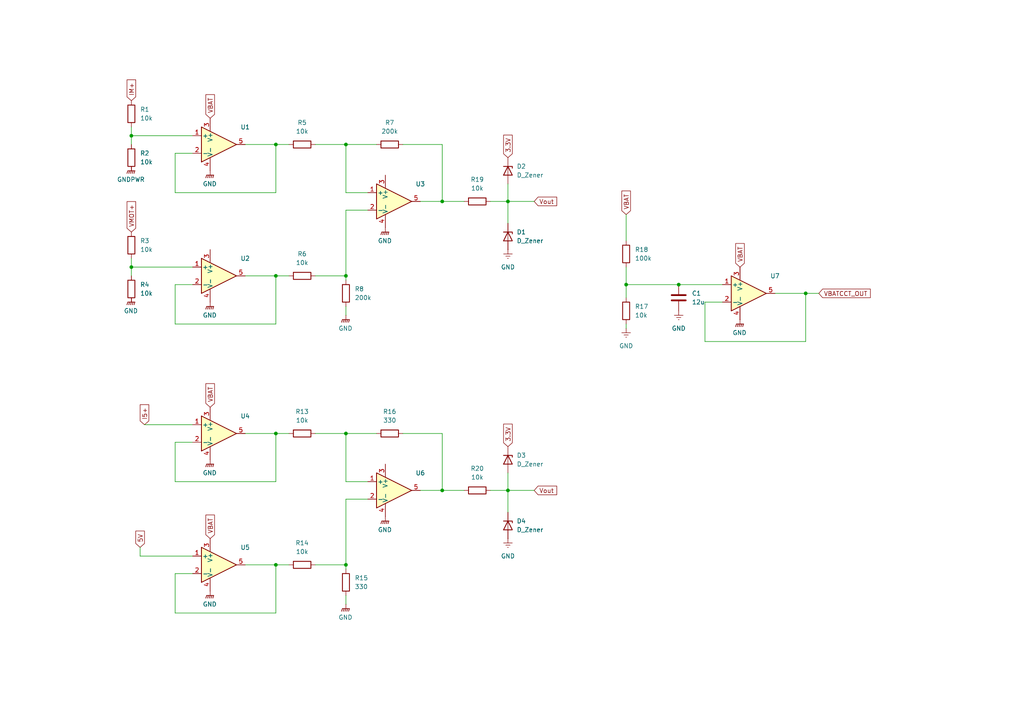
<source format=kicad_sch>
(kicad_sch (version 20231120) (generator "eeschema") (generator_version "8.0")
  (paper "A4")
  (title_block (title "Power PCB"))
  (lib_symbols
    (symbol "Device:C" (pin_numbers hide) (pin_names (offset 0.254))
      (property "Reference" "C" (at 0.635 2.54 0))
      (property "Value" "C" (at 0.635 -2.54 0))
      (symbol "C_0_1"
        (polyline (pts (xy -2.032 -0.762) (xy 2.032 -0.762)) (stroke (width 0.508)))
        (polyline (pts (xy -2.032 0.762) (xy 2.032 0.762)) (stroke (width 0.508)))
      )
      (symbol "C_1_1"
        (pin passive line (at 0 3.81 270) (length 2.794) (name "~") (number "1"))
        (pin passive line (at 0 -3.81 90) (length 2.794) (name "~") (number "2"))
      )
    )
    (symbol "Device:D_Zener" (pin_numbers hide) (pin_names (offset 1.016) hide)
      (property "Reference" "D" (at 0 2.54 0))
      (property "Value" "D_Zener" (at 0 -2.54 0))
      (symbol "D_Zener_0_1"
        (polyline (pts (xy 1.27 0) (xy -1.27 0)))
        (polyline (pts (xy -1.27 -1.27) (xy -1.27 1.27) (xy -0.762 1.27)) (stroke (width 0.254)))
        (polyline (pts (xy 1.27 -1.27) (xy 1.27 1.27) (xy -1.27 0) (xy 1.27 -1.27)) (stroke (width 0.254)))
      )
      (symbol "D_Zener_1_1"
        (pin passive line (at -3.81 0 0) (length 2.54) (name "K") (number "1"))
        (pin passive line (at 3.81 0 180) (length 2.54) (name "A") (number "2"))
      )
    )
    (symbol "Device:R" (pin_numbers hide) (pin_names (offset 0))
      (property "Reference" "R" (at 2.032 0 90))
      (property "Value" "R" (at 0 0 90))
      (symbol "R_0_1"
        (rectangle (start -1.016 -2.54) (end 1.016 2.54) (stroke (width 0.254)))
      )
      (symbol "R_1_1"
        (pin passive line (at 0 3.81 270) (length 1.27) (name "~") (number "1"))
        (pin passive line (at 0 -3.81 90) (length 1.27) (name "~") (number "2"))
      )
    )
    (symbol "Simulation_SPICE:OPAMP" (pin_names (offset 0.254))
      (property "Reference" "U" (at 3.81 3.175 0))
      (property "Value" "${SIM.PARAMS}" (at 3.81 -3.175 0))
      (symbol "OPAMP_0_1"
        (polyline (pts (xy 5.08 0) (xy -5.08 5.08) (xy -5.08 -5.08) (xy 5.08 0)) (stroke (width 0.254)) (fill (type background)))
      )
      (symbol "OPAMP_1_1"
        (pin input line (at -7.62 2.54 0) (length 2.54) (name "+") (number "1"))
        (pin input line (at -7.62 -2.54 0) (length 2.54) (name "-") (number "2"))
        (pin power_in line (at -2.54 7.62 270) (length 3.81) (name "V+") (number "3"))
        (pin power_in line (at -2.54 -7.62 90) (length 3.81) (name "V-") (number "4"))
        (pin output line (at 7.62 0 180) (length 2.54) (name "~") (number "5"))
      )
    )
    (symbol "power:Earth" (power) (pin_numbers hide) (pin_names (offset 0) hide)
      (property "Value" "Earth" (at 0 -3.81 0))
      (symbol "Earth_0_1"
        (polyline (pts (xy -0.635 -1.905) (xy 0.635 -1.905)))
        (polyline (pts (xy -0.127 -2.54) (xy 0.127 -2.54)))
        (polyline (pts (xy 0 -1.27) (xy 0 0)))
        (polyline (pts (xy 1.27 -1.27) (xy -1.27 -1.27)))
      )
      (symbol "Earth_1_1"
        (pin power_in line (at 0 0 270) (length 0) (name "~") (number "1"))
      )
    )
    (symbol "power:GNDPWR" (power) (pin_numbers hide) (pin_names (offset 0) hide)
      (property "Value" "GNDPWR" (at 0 -3.302 0))
      (symbol "GNDPWR_0_1"
        (polyline (pts (xy 0 -1.27) (xy 0 0)))
        (polyline (pts (xy -1.016 -1.27) (xy -1.27 -2.032) (xy -1.27 -2.032)) (stroke (width 0.2032)))
        (polyline (pts (xy -0.508 -1.27) (xy -0.762 -2.032) (xy -0.762 -2.032)) (stroke (width 0.2032)))
        (polyline (pts (xy 0 -1.27) (xy -0.254 -2.032) (xy -0.254 -2.032)) (stroke (width 0.2032)))
        (polyline (pts (xy 0.508 -1.27) (xy 0.254 -2.032) (xy 0.254 -2.032)) (stroke (width 0.2032)))
        (polyline (pts (xy 1.016 -1.27) (xy -1.016 -1.27) (xy -1.016 -1.27)) (stroke (width 0.2032)))
        (polyline (pts (xy 1.016 -1.27) (xy 0.762 -2.032) (xy 0.762 -2.032) (xy 0.762 -2.032)) (stroke (width 0.2032)))
      )
      (symbol "GNDPWR_1_1"
        (pin power_in line (at 0 0 270) (length 0) (name "~") (number "1"))
      )
    )
  )
  (junction (at 80.01 163.83))
  (junction (at 147.32 142.24))
  (junction (at 147.32 58.42))
  (junction (at 100.33 163.83))
  (junction (at 80.01 41.91))
  (junction (at 38.1 77.47))
  (junction (at 128.27 58.42))
  (junction (at 80.01 125.73))
  (junction (at 100.33 41.91))
  (junction (at 128.27 142.24))
  (junction (at 80.01 80.01))
  (junction (at 100.33 125.73))
  (junction (at 181.61 82.55))
  (junction (at 233.68 85.09))
  (junction (at 38.1 39.37))
  (junction (at 100.33 80.01))
  (junction (at 196.85 82.55))
  (wire (pts (xy 100.33 172.72) (xy 100.33 175.26)))
  (wire (pts (xy 233.68 85.09) (xy 237.49 85.09)))
  (wire (pts (xy 80.01 163.83) (xy 83.82 163.83)))
  (wire (pts (xy 50.8 82.55) (xy 55.88 82.55)))
  (wire (pts (xy 100.33 144.78) (xy 100.33 163.83)))
  (wire (pts (xy 181.61 77.47) (xy 181.61 82.55)))
  (wire (pts (xy 128.27 142.24) (xy 134.62 142.24)))
  (wire (pts (xy 128.27 125.73) (xy 128.27 142.24)))
  (wire (pts (xy 80.01 139.7) (xy 50.8 139.7)))
  (wire (pts (xy 116.84 125.73) (xy 128.27 125.73)))
  (wire (pts (xy 100.33 80.01) (xy 100.33 81.28)))
  (wire (pts (xy 91.44 80.01) (xy 100.33 80.01)))
  (wire (pts (xy 128.27 41.91) (xy 128.27 58.42)))
  (wire (pts (xy 50.8 44.45) (xy 55.88 44.45)))
  (wire (pts (xy 181.61 93.98) (xy 181.61 95.25)))
  (wire (pts (xy 91.44 163.83) (xy 100.33 163.83)))
  (wire (pts (xy 80.01 93.98) (xy 50.8 93.98)))
  (wire (pts (xy 80.01 55.88) (xy 50.8 55.88)))
  (wire (pts (xy 233.68 85.09) (xy 233.68 99.06)))
  (wire (pts (xy 181.61 82.55) (xy 196.85 82.55)))
  (wire (pts (xy 38.1 36.83) (xy 38.1 39.37)))
  (wire (pts (xy 80.01 125.73) (xy 80.01 139.7)))
  (wire (pts (xy 50.8 128.27) (xy 55.88 128.27)))
  (wire (pts (xy 50.8 44.45) (xy 50.8 55.88)))
  (wire (pts (xy 181.61 62.23) (xy 181.61 69.85)))
  (wire (pts (xy 80.01 80.01) (xy 83.82 80.01)))
  (wire (pts (xy 71.12 125.73) (xy 80.01 125.73)))
  (wire (pts (xy 80.01 125.73) (xy 83.82 125.73)))
  (wire (pts (xy 100.33 88.9) (xy 100.33 91.44)))
  (wire (pts (xy 38.1 39.37) (xy 38.1 41.91)))
  (wire (pts (xy 147.32 58.42) (xy 154.94 58.42)))
  (wire (pts (xy 80.01 177.8) (xy 50.8 177.8)))
  (wire (pts (xy 38.1 77.47) (xy 55.88 77.47)))
  (wire (pts (xy 147.32 53.34) (xy 147.32 58.42)))
  (wire (pts (xy 147.32 137.16) (xy 147.32 142.24)))
  (wire (pts (xy 100.33 125.73) (xy 109.22 125.73)))
  (wire (pts (xy 142.24 142.24) (xy 147.32 142.24)))
  (wire (pts (xy 121.92 142.24) (xy 128.27 142.24)))
  (wire (pts (xy 196.85 82.55) (xy 209.55 82.55)))
  (wire (pts (xy 41.91 123.19) (xy 55.88 123.19)))
  (wire (pts (xy 106.68 144.78) (xy 100.33 144.78)))
  (wire (pts (xy 100.33 139.7) (xy 106.68 139.7)))
  (wire (pts (xy 147.32 142.24) (xy 147.32 148.59)))
  (wire (pts (xy 181.61 82.55) (xy 181.61 86.36)))
  (wire (pts (xy 106.68 60.96) (xy 100.33 60.96)))
  (wire (pts (xy 80.01 163.83) (xy 80.01 177.8)))
  (wire (pts (xy 38.1 77.47) (xy 38.1 80.01)))
  (wire (pts (xy 50.8 166.37) (xy 50.8 177.8)))
  (wire (pts (xy 224.79 85.09) (xy 233.68 85.09)))
  (wire (pts (xy 204.47 87.63) (xy 204.47 99.06)))
  (wire (pts (xy 100.33 163.83) (xy 100.33 165.1)))
  (wire (pts (xy 38.1 39.37) (xy 55.88 39.37)))
  (wire (pts (xy 204.47 87.63) (xy 209.55 87.63)))
  (wire (pts (xy 80.01 41.91) (xy 80.01 55.88)))
  (wire (pts (xy 50.8 166.37) (xy 55.88 166.37)))
  (wire (pts (xy 71.12 163.83) (xy 80.01 163.83)))
  (wire (pts (xy 100.33 60.96) (xy 100.33 80.01)))
  (wire (pts (xy 50.8 128.27) (xy 50.8 139.7)))
  (wire (pts (xy 38.1 74.93) (xy 38.1 77.47)))
  (wire (pts (xy 91.44 125.73) (xy 100.33 125.73)))
  (wire (pts (xy 233.68 99.06) (xy 204.47 99.06)))
  (wire (pts (xy 147.32 142.24) (xy 154.94 142.24)))
  (wire (pts (xy 80.01 41.91) (xy 83.82 41.91)))
  (wire (pts (xy 71.12 80.01) (xy 80.01 80.01)))
  (wire (pts (xy 147.32 58.42) (xy 147.32 64.77)))
  (wire (pts (xy 121.92 58.42) (xy 128.27 58.42)))
  (wire (pts (xy 71.12 41.91) (xy 80.01 41.91)))
  (wire (pts (xy 40.64 161.29) (xy 55.88 161.29)))
  (wire (pts (xy 100.33 41.91) (xy 100.33 55.88)))
  (wire (pts (xy 100.33 55.88) (xy 106.68 55.88)))
  (wire (pts (xy 100.33 41.91) (xy 109.22 41.91)))
  (wire (pts (xy 116.84 41.91) (xy 128.27 41.91)))
  (wire (pts (xy 91.44 41.91) (xy 100.33 41.91)))
  (wire (pts (xy 142.24 58.42) (xy 147.32 58.42)))
  (wire (pts (xy 50.8 82.55) (xy 50.8 93.98)))
  (wire (pts (xy 80.01 80.01) (xy 80.01 93.98)))
  (wire (pts (xy 100.33 125.73) (xy 100.33 139.7)))
  (wire (pts (xy 40.64 158.75) (xy 40.64 161.29)))
  (wire (pts (xy 128.27 58.42) (xy 134.62 58.42)))
  (global_label "VBAT" (shape input) (at 181.61 62.23 90) (property "Intersheetrefs" "${INTERSHEET_REFS}" (effects (hide yes))))
  (global_label "VBATCCT_OUT" (shape input) (at 237.49 85.09 0) (property "Intersheetrefs" "${INTERSHEET_REFS}" (effects (hide yes))))
  (global_label "VMOT+" (shape input) (at 38.1 67.31 90) (property "Intersheetrefs" "${INTERSHEET_REFS}" (effects (hide yes))))
  (global_label "VBAT" (shape input) (at 214.63 77.47 90) (property "Intersheetrefs" "${INTERSHEET_REFS}" (effects (hide yes))))
  (global_label "IM+" (shape input) (at 38.1 29.21 90) (property "Intersheetrefs" "${INTERSHEET_REFS}" (effects (hide yes))))
  (global_label "Vout" (shape input) (at 154.94 58.42 0) (property "Intersheetrefs" "${INTERSHEET_REFS}" (effects (hide yes))))
  (global_label "3.3V" (shape input) (at 147.32 129.54 90) (property "Intersheetrefs" "${INTERSHEET_REFS}" (effects (hide yes))))
  (global_label "5V" (shape input) (at 40.64 158.75 90) (property "Intersheetrefs" "${INTERSHEET_REFS}" (effects (hide yes))))
  (global_label "I5+" (shape input) (at 41.91 123.19 90) (property "Intersheetrefs" "${INTERSHEET_REFS}" (effects (hide yes))))
  (global_label "Vout" (shape input) (at 154.94 142.24 0) (property "Intersheetrefs" "${INTERSHEET_REFS}" (effects (hide yes))))
  (global_label "VBAT" (shape input) (at 60.96 34.29 90) (property "Intersheetrefs" "${INTERSHEET_REFS}" (effects (hide yes))))
  (global_label "3.3V" (shape input) (at 147.32 45.72 90) (property "Intersheetrefs" "${INTERSHEET_REFS}" (effects (hide yes))))
  (global_label "VBAT" (shape input) (at 60.96 118.11 90) (property "Intersheetrefs" "${INTERSHEET_REFS}" (effects (hide yes))))
  (global_label "VBAT" (shape input) (at 60.96 156.21 90) (property "Intersheetrefs" "${INTERSHEET_REFS}" (effects (hide yes))))
  (symbol (lib_id "Device:R") (at 38.1 71.12 0) (unit 1)
    (property "Reference" "R3" (at 40.64 69.8499 0) (effects (justify left)))
    (property "Value" "10k" (at 40.64 72.3899 0) (effects (justify left)))
    (property "Description" "Resistor" (effects (hide yes)))
  )
  (symbol (lib_id "Device:R") (at 87.63 125.73 90) (unit 1)
    (property "Reference" "R13" (at 87.63 119.38 90))
    (property "Value" "10k" (at 87.63 121.92 90))
    (property "Description" "Resistor" (effects (hide yes)))
  )
  (symbol (lib_id "power:Earth") (at 181.61 95.25 0) (unit 1)
    (property "Reference" "#PWR013" (effects (hide yes)))
    (property "Value" "GND" (at 181.61 100.33 0))
    (property "Description" "Power symbol creates a global label with name \"Earth\"" (effects (hide yes)))
  )
  (symbol (lib_id "Simulation_SPICE:OPAMP") (at 217.17 85.09 0) (unit 1)
    (property "Reference" "U7" (at 224.79 80.0414 0))
    (property "Value" "${SIM.PARAMS}" (at 224.79 81.9465 0))
    (property "Datasheet" "https://ngspice.sourceforge.io/docs/ngspice-html-manual/manual.xhtml#sec__SUBCKT_Subcircuits" (effects (hide yes)))
    (property "Description" "Operational amplifier, single, node sequence=1:+ 2:- 3:OUT 4:V+ 5:V-" (effects (hide yes)))
    (property "Sim.Pins" "1=in+ 2=in- 3=vcc 4=vee 5=out" (effects (hide yes)))
    (property "Sim.Device" "SUBCKT" (effects (hide yes)))
    (property "Sim.Library" "${KICAD7_SYMBOL_DIR}/Simulation_SPICE.sp" (effects (hide yes)))
    (property "Sim.Name" "kicad_builtin_opamp" (effects (hide yes)))
  )
  (symbol (lib_id "power:Earth") (at 147.32 72.39 0) (unit 1)
    (property "Reference" "#PWR016" (effects (hide yes)))
    (property "Value" "GND" (at 147.32 77.47 0))
    (property "Description" "Power symbol creates a global label with name \"Earth\"" (effects (hide yes)))
  )
  (symbol (lib_id "Device:R") (at 100.33 85.09 0) (unit 1)
    (property "Reference" "R8" (at 102.87 83.8199 0) (effects (justify left)))
    (property "Value" "200k" (at 102.87 86.3599 0) (effects (justify left)))
    (property "Description" "Resistor" (effects (hide yes)))
  )
  (symbol (lib_id "Device:C") (at 196.85 86.36 0) (unit 1)
    (property "Reference" "C1" (at 200.66 85.0899 0) (effects (justify left)))
    (property "Value" "12u" (at 200.66 87.6299 0) (effects (justify left)))
    (property "Description" "Unpolarized capacitor" (effects (hide yes)))
  )
  (symbol (lib_id "power:GNDPWR") (at 214.63 92.71 0) (unit 1)
    (property "Reference" "#PWR014" (effects (hide yes)))
    (property "Value" "GND" (at 214.503 96.52 0))
    (property "Description" "Power symbol creates a global label with name \"GNDPWR\" , global ground" (effects (hide yes)))
  )
  (symbol (lib_id "Simulation_SPICE:OPAMP") (at 114.3 142.24 0) (unit 1)
    (property "Reference" "U6" (at 121.92 137.1914 0))
    (property "Value" "${SIM.PARAMS}" (at 121.92 139.0965 0))
    (property "Datasheet" "https://ngspice.sourceforge.io/docs/ngspice-html-manual/manual.xhtml#sec__SUBCKT_Subcircuits" (effects (hide yes)))
    (property "Description" "Operational amplifier, single, node sequence=1:+ 2:- 3:OUT 4:V+ 5:V-" (effects (hide yes)))
    (property "Sim.Pins" "1=in+ 2=in- 3=vcc 4=vee 5=out" (effects (hide yes)))
    (property "Sim.Device" "SUBCKT" (effects (hide yes)))
    (property "Sim.Library" "${KICAD7_SYMBOL_DIR}/Simulation_SPICE.sp" (effects (hide yes)))
    (property "Sim.Name" "kicad_builtin_opamp" (effects (hide yes)))
  )
  (symbol (lib_id "Device:D_Zener") (at 147.32 133.35 270) (unit 1)
    (property "Reference" "D3" (at 149.86 132.0799 90) (effects (justify left)))
    (property "Value" "D_Zener" (at 149.86 134.6199 90) (effects (justify left)))
    (property "Description" "Zener diode" (effects (hide yes)))
  )
  (symbol (lib_id "power:GNDPWR") (at 60.96 133.35 0) (unit 1)
    (property "Reference" "#PWR09" (effects (hide yes)))
    (property "Value" "GND" (at 60.833 137.16 0))
    (property "Description" "Power symbol creates a global label with name \"GNDPWR\" , global ground" (effects (hide yes)))
  )
  (symbol (lib_id "Device:D_Zener") (at 147.32 49.53 270) (unit 1)
    (property "Reference" "D2" (at 149.86 48.2599 90) (effects (justify left)))
    (property "Value" "D_Zener" (at 149.86 50.7999 90) (effects (justify left)))
    (property "Description" "Zener diode" (effects (hide yes)))
  )
  (symbol (lib_id "power:GNDPWR") (at 60.96 171.45 0) (unit 1)
    (property "Reference" "#PWR010" (effects (hide yes)))
    (property "Value" "GND" (at 60.833 175.26 0))
    (property "Description" "Power symbol creates a global label with name \"GNDPWR\" , global ground" (effects (hide yes)))
  )
  (symbol (lib_id "Simulation_SPICE:OPAMP") (at 63.5 125.73 0) (unit 1)
    (property "Reference" "U4" (at 71.12 120.6814 0))
    (property "Value" "${SIM.PARAMS}" (at 71.12 122.5865 0))
    (property "Datasheet" "https://ngspice.sourceforge.io/docs/ngspice-html-manual/manual.xhtml#sec__SUBCKT_Subcircuits" (effects (hide yes)))
    (property "Description" "Operational amplifier, single, node sequence=1:+ 2:- 3:OUT 4:V+ 5:V-" (effects (hide yes)))
    (property "Sim.Pins" "1=in+ 2=in- 3=vcc 4=vee 5=out" (effects (hide yes)))
    (property "Sim.Device" "SUBCKT" (effects (hide yes)))
    (property "Sim.Library" "${KICAD7_SYMBOL_DIR}/Simulation_SPICE.sp" (effects (hide yes)))
    (property "Sim.Name" "kicad_builtin_opamp" (effects (hide yes)))
  )
  (symbol (lib_id "power:GNDPWR") (at 100.33 91.44 0) (unit 1)
    (property "Reference" "#PWR03" (effects (hide yes)))
    (property "Value" "GND" (at 100.203 95.25 0))
    (property "Description" "Power symbol creates a global label with name \"GNDPWR\" , global ground" (effects (hide yes)))
  )
  (symbol (lib_id "power:GNDPWR") (at 111.76 149.86 0) (unit 1)
    (property "Reference" "#PWR012" (effects (hide yes)))
    (property "Value" "GND" (at 111.633 153.67 0))
    (property "Description" "Power symbol creates a global label with name \"GNDPWR\" , global ground" (effects (hide yes)))
  )
  (symbol (lib_id "power:GNDPWR") (at 100.33 175.26 0) (unit 1)
    (property "Reference" "#PWR011" (effects (hide yes)))
    (property "Value" "GND" (at 100.203 179.07 0))
    (property "Description" "Power symbol creates a global label with name \"GNDPWR\" , global ground" (effects (hide yes)))
  )
  (symbol (lib_id "Simulation_SPICE:OPAMP") (at 63.5 163.83 0) (unit 1)
    (property "Reference" "U5" (at 71.12 158.7814 0))
    (property "Value" "${SIM.PARAMS}" (at 71.12 160.6865 0))
    (property "Datasheet" "https://ngspice.sourceforge.io/docs/ngspice-html-manual/manual.xhtml#sec__SUBCKT_Subcircuits" (effects (hide yes)))
    (property "Description" "Operational amplifier, single, node sequence=1:+ 2:- 3:OUT 4:V+ 5:V-" (effects (hide yes)))
    (property "Sim.Pins" "1=in+ 2=in- 3=vcc 4=vee 5=out" (effects (hide yes)))
    (property "Sim.Device" "SUBCKT" (effects (hide yes)))
    (property "Sim.Library" "${KICAD7_SYMBOL_DIR}/Simulation_SPICE.sp" (effects (hide yes)))
    (property "Sim.Name" "kicad_builtin_opamp" (effects (hide yes)))
  )
  (symbol (lib_id "power:GNDPWR") (at 60.96 87.63 0) (unit 1)
    (property "Reference" "#PWR06" (effects (hide yes)))
    (property "Value" "GND" (at 60.833 91.44 0))
    (property "Description" "Power symbol creates a global label with name \"GNDPWR\" , global ground" (effects (hide yes)))
  )
  (symbol (lib_id "Device:R") (at 113.03 41.91 90) (unit 1)
    (property "Reference" "R7" (at 113.03 35.56 90))
    (property "Value" "200k" (at 113.03 38.1 90))
    (property "Description" "Resistor" (effects (hide yes)))
  )
  (symbol (lib_id "power:GNDPWR") (at 38.1 86.36 0) (unit 1)
    (property "Reference" "#PWR02" (effects (hide yes)))
    (property "Value" "GND" (at 37.973 90.17 0))
    (property "Footprint" "OptoDevice:R_LDR_4.9x4.2mm_P2.54mm_Vertical" (effects (hide yes)))
    (property "Description" "Power symbol creates a global label with name \"GNDPWR\" , global ground" (effects (hide yes)))
  )
  (symbol (lib_id "Simulation_SPICE:OPAMP") (at 63.5 41.91 0) (unit 1)
    (property "Reference" "U1" (at 71.12 36.8614 0))
    (property "Value" "${SIM.PARAMS}" (at 71.12 38.7665 0))
    (property "Datasheet" "https://ngspice.sourceforge.io/docs/ngspice-html-manual/manual.xhtml#sec__SUBCKT_Subcircuits" (effects (hide yes)))
    (property "Description" "Operational amplifier, single, node sequence=1:+ 2:- 3:OUT 4:V+ 5:V-" (effects (hide yes)))
    (property "Sim.Pins" "1=in+ 2=in- 3=vcc 4=vee 5=out" (effects (hide yes)))
    (property "Sim.Device" "SUBCKT" (effects (hide yes)))
    (property "Sim.Library" "${KICAD7_SYMBOL_DIR}/Simulation_SPICE.sp" (effects (hide yes)))
    (property "Sim.Name" "kicad_builtin_opamp" (effects (hide yes)))
  )
  (symbol (lib_id "power:Earth") (at 147.32 156.21 0) (unit 1)
    (property "Reference" "#PWR017" (effects (hide yes)))
    (property "Value" "GND" (at 147.32 161.29 0))
    (property "Description" "Power symbol creates a global label with name \"Earth\"" (effects (hide yes)))
  )
  (symbol (lib_id "power:GNDPWR") (at 38.1 48.26 0) (unit 1)
    (property "Reference" "#PWR01" (effects (hide yes)))
    (property "Value" "GNDPWR" (at 37.973 52.07 0))
    (property "Footprint" "OptoDevice:R_LDR_4.9x4.2mm_P2.54mm_Vertical" (effects (hide yes)))
    (property "Description" "Power symbol creates a global label with name \"GNDPWR\" , global ground" (effects (hide yes)))
  )
  (symbol (lib_id "Device:R") (at 38.1 83.82 0) (unit 1)
    (property "Reference" "R4" (at 40.64 82.5499 0) (effects (justify left)))
    (property "Value" "10k" (at 40.64 85.0899 0) (effects (justify left)))
    (property "Description" "Resistor" (effects (hide yes)))
  )
  (symbol (lib_id "Device:R") (at 100.33 168.91 0) (unit 1)
    (property "Reference" "R15" (at 102.87 167.6399 0) (effects (justify left)))
    (property "Value" "330" (at 102.87 170.1799 0) (effects (justify left)))
    (property "Description" "Resistor" (effects (hide yes)))
  )
  (symbol (lib_id "Device:R") (at 38.1 33.02 0) (unit 1)
    (property "Reference" "R1" (at 40.64 31.7499 0) (effects (justify left)))
    (property "Value" "10k" (at 40.64 34.2899 0) (effects (justify left)))
    (property "Description" "Resistor" (effects (hide yes)))
  )
  (symbol (lib_id "Device:R") (at 87.63 80.01 90) (unit 1)
    (property "Reference" "R6" (at 87.63 73.66 90))
    (property "Value" "10k" (at 87.63 76.2 90))
    (property "Description" "Resistor" (effects (hide yes)))
  )
  (symbol (lib_id "power:Earth") (at 196.85 90.17 0) (unit 1)
    (property "Reference" "#PWR015" (effects (hide yes)))
    (property "Value" "GND" (at 196.85 95.25 0))
    (property "Description" "Power symbol creates a global label with name \"Earth\"" (effects (hide yes)))
  )
  (symbol (lib_id "Device:R") (at 113.03 125.73 90) (unit 1)
    (property "Reference" "R16" (at 113.03 119.38 90))
    (property "Value" "330" (at 113.03 121.92 90))
    (property "Description" "Resistor" (effects (hide yes)))
  )
  (symbol (lib_id "Device:R") (at 87.63 41.91 90) (unit 1)
    (property "Reference" "R5" (at 87.63 35.56 90))
    (property "Value" "10k" (at 87.63 38.1 90))
    (property "Description" "Resistor" (effects (hide yes)))
  )
  (symbol (lib_id "Device:R") (at 138.43 142.24 90) (unit 1)
    (property "Reference" "R20" (at 138.43 135.89 90))
    (property "Value" "10k" (at 138.43 138.43 90))
    (property "Description" "Resistor" (effects (hide yes)))
  )
  (symbol (lib_id "Simulation_SPICE:OPAMP") (at 63.5 80.01 0) (unit 1)
    (property "Reference" "U2" (at 71.12 74.9614 0))
    (property "Value" "${SIM.PARAMS}" (at 71.12 76.8665 0))
    (property "Datasheet" "https://ngspice.sourceforge.io/docs/ngspice-html-manual/manual.xhtml#sec__SUBCKT_Subcircuits" (effects (hide yes)))
    (property "Description" "Operational amplifier, single, node sequence=1:+ 2:- 3:OUT 4:V+ 5:V-" (effects (hide yes)))
    (property "Sim.Pins" "1=in+ 2=in- 3=vcc 4=vee 5=out" (effects (hide yes)))
    (property "Sim.Device" "SUBCKT" (effects (hide yes)))
    (property "Sim.Library" "${KICAD7_SYMBOL_DIR}/Simulation_SPICE.sp" (effects (hide yes)))
    (property "Sim.Name" "kicad_builtin_opamp" (effects (hide yes)))
  )
  (symbol (lib_id "Device:R") (at 87.63 163.83 90) (unit 1)
    (property "Reference" "R14" (at 87.63 157.48 90))
    (property "Value" "10k" (at 87.63 160.02 90))
    (property "Description" "Resistor" (effects (hide yes)))
  )
  (symbol (lib_id "power:GNDPWR") (at 60.96 49.53 0) (unit 1)
    (property "Reference" "#PWR05" (effects (hide yes)))
    (property "Value" "GND" (at 60.833 53.34 0))
    (property "Description" "Power symbol creates a global label with name \"GNDPWR\" , global ground" (effects (hide yes)))
  )
  (symbol (lib_id "Simulation_SPICE:OPAMP") (at 114.3 58.42 0) (unit 1)
    (property "Reference" "U3" (at 121.92 53.3714 0))
    (property "Value" "${SIM.PARAMS}" (at 121.92 55.2765 0))
    (property "Datasheet" "https://ngspice.sourceforge.io/docs/ngspice-html-manual/manual.xhtml#sec__SUBCKT_Subcircuits" (effects (hide yes)))
    (property "Description" "Operational amplifier, single, node sequence=1:+ 2:- 3:OUT 4:V+ 5:V-" (effects (hide yes)))
    (property "Sim.Pins" "1=in+ 2=in- 3=vcc 4=vee 5=out" (effects (hide yes)))
    (property "Sim.Device" "SUBCKT" (effects (hide yes)))
    (property "Sim.Library" "${KICAD7_SYMBOL_DIR}/Simulation_SPICE.sp" (effects (hide yes)))
    (property "Sim.Name" "kicad_builtin_opamp" (effects (hide yes)))
  )
  (symbol (lib_id "Device:D_Zener") (at 147.32 152.4 270) (unit 1)
    (property "Reference" "D4" (at 149.86 151.1299 90) (effects (justify left)))
    (property "Value" "D_Zener" (at 149.86 153.6699 90) (effects (justify left)))
    (property "Description" "Zener diode" (effects (hide yes)))
  )
  (symbol (lib_id "Device:R") (at 138.43 58.42 90) (unit 1)
    (property "Reference" "R19" (at 138.43 52.07 90))
    (property "Value" "10k" (at 138.43 54.61 90))
    (property "Description" "Resistor" (effects (hide yes)))
  )
  (symbol (lib_id "Device:R") (at 38.1 45.72 0) (unit 1)
    (property "Reference" "R2" (at 40.64 44.4499 0) (effects (justify left)))
    (property "Value" "10k" (at 40.64 46.9899 0) (effects (justify left)))
    (property "Description" "Resistor" (effects (hide yes)))
  )
  (symbol (lib_id "Device:D_Zener") (at 147.32 68.58 270) (unit 1)
    (property "Reference" "D1" (at 149.86 67.3099 90) (effects (justify left)))
    (property "Value" "D_Zener" (at 149.86 69.8499 90) (effects (justify left)))
    (property "Description" "Zener diode" (effects (hide yes)))
  )
  (symbol (lib_id "Device:R") (at 181.61 90.17 0) (unit 1)
    (property "Reference" "R17" (at 184.15 88.8999 0) (effects (justify left)))
    (property "Value" "10k" (at 184.15 91.4399 0) (effects (justify left)))
    (property "Description" "Resistor" (effects (hide yes)))
  )
  (symbol (lib_id "Device:R") (at 181.61 73.66 0) (unit 1)
    (property "Reference" "R18" (at 184.15 72.3899 0) (effects (justify left)))
    (property "Value" "100k" (at 184.15 74.9299 0) (effects (justify left)))
    (property "Description" "Resistor" (effects (hide yes)))
  )
  (symbol (lib_id "power:GNDPWR") (at 111.76 66.04 0) (unit 1)
    (property "Reference" "#PWR04" (effects (hide yes)))
    (property "Value" "GND" (at 111.633 69.85 0))
    (property "Description" "Power symbol creates a global label with name \"GNDPWR\" , global ground" (effects (hide yes)))
  )
)
</source>
